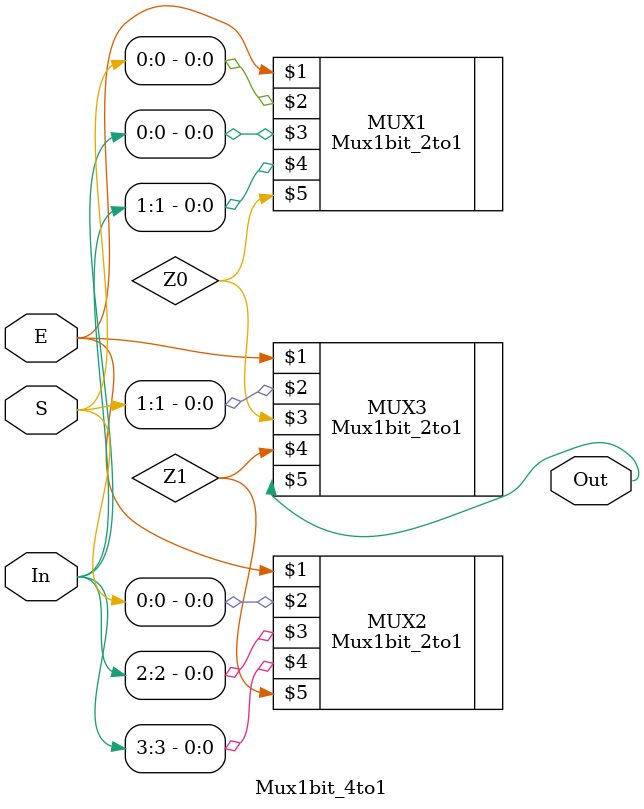
<source format=v>
`timescale 1ns / 1ps

//                  Enable,Select,Input(4b),Output
module Mux1bit_4to1(E, S, In, Out);
    input E;
    input [1:0] S;
    input [3:0] In;
    output Out;
    // Intermediate wires between mux's
    wire Z0, Z1;
   
    // Instatiate 2 2-to-1 Mux's
    //                                   Enable,Select,Input1,Input2 ,Output
    Mux1bit_2to1        MUX1            (E     ,   S[0]  , In[0] , In[1], Z0);
    Mux1bit_2to1        MUX2            (E     ,   S[0]  , In[2] , In[3], Z1);
    Mux1bit_2to1        MUX3            (E     ,   S[1]  , Z0    , Z1   , Out);
endmodule 

</source>
